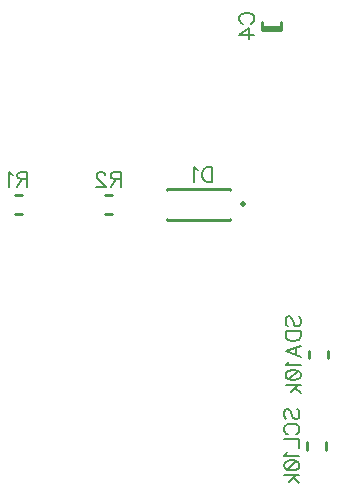
<source format=gbr>
%TF.GenerationSoftware,Novarm,DipTrace,3.3.1.3*%
%TF.CreationDate,2020-02-21T13:35:13+01:00*%
%FSLAX35Y35*%
%MOMM*%
%TF.FileFunction,Legend,Bot*%
%TF.Part,Single*%
%ADD10C,0.25*%
%ADD26O,0.50005X0.50024*%
%ADD72C,0.19608*%
G75*
G01*
%LPD*%
X4968245Y6676665D2*
D10*
X5128085D1*
X4968245Y6657745D2*
X5128085D1*
X4968245D2*
Y6717585D1*
X5128085Y6657745D2*
Y6717585D1*
D26*
X4806162Y5176665D3*
X4161171Y5046665D2*
D10*
Y5056675D1*
Y5306665D2*
Y5296655D1*
X4691151Y5046665D2*
X4161171D1*
X4691151D2*
Y5056675D1*
Y5306665D2*
X4161171D1*
X4691151D2*
Y5296655D1*
X2932085Y5096745D2*
X2872245D1*
X2932085Y5256585D2*
X2872245D1*
X3694085Y5096745D2*
X3634245D1*
X3694085Y5256585D2*
X3634245D1*
X5349245Y3101745D2*
Y3161585D1*
X5509085Y3101745D2*
Y3161585D1*
X5522085Y3936585D2*
Y3876745D1*
X5362245Y3936585D2*
Y3876745D1*
X4802501Y6707273D2*
D72*
X4790428Y6713309D1*
X4778215Y6725523D1*
X4772178Y6737596D1*
Y6761882D1*
X4778215Y6774096D1*
X4790428Y6786169D1*
X4802501Y6792346D1*
X4820751Y6798382D1*
X4851215D1*
X4869324Y6792346D1*
X4881538Y6786169D1*
X4893611Y6774096D1*
X4899788Y6761882D1*
Y6737596D1*
X4893611Y6725523D1*
X4881538Y6713309D1*
X4869324Y6707273D1*
X4899788Y6607271D2*
X4772318D1*
X4857251Y6668057D1*
Y6576948D1*
X4543541Y5492651D2*
Y5365042D1*
X4501004D1*
X4482754Y5371219D1*
X4470541Y5383292D1*
X4464504Y5395505D1*
X4458468Y5413615D1*
Y5444078D1*
X4464504Y5462328D1*
X4470541Y5474401D1*
X4482754Y5486615D1*
X4501004Y5492651D1*
X4543541D1*
X4419252Y5468224D2*
X4407039Y5474401D1*
X4388789Y5492511D1*
Y5365042D1*
X2979541Y5391865D2*
X2924931D1*
X2906681Y5398042D1*
X2900504Y5404078D1*
X2894468Y5416151D1*
Y5428365D1*
X2900504Y5440438D1*
X2906681Y5446615D1*
X2924931Y5452651D1*
X2979541D1*
Y5325042D1*
X2937004Y5391865D2*
X2894468Y5325042D1*
X2855252Y5428224D2*
X2843039Y5434401D1*
X2824789Y5452511D1*
Y5325042D1*
X3768846Y5391865D2*
X3714236D1*
X3695986Y5398042D1*
X3689809Y5404078D1*
X3683773Y5416151D1*
Y5428365D1*
X3689809Y5440438D1*
X3695986Y5446615D1*
X3714236Y5452651D1*
X3768846D1*
Y5325042D1*
X3726309Y5391865D2*
X3683773Y5325042D1*
X3638380Y5422188D2*
Y5428224D1*
X3632343Y5440438D1*
X3626307Y5446474D1*
X3614093Y5452511D1*
X3589807D1*
X3577734Y5446474D1*
X3571697Y5440438D1*
X3565520Y5428224D1*
Y5416151D1*
X3571697Y5403938D1*
X3583770Y5385828D1*
X3644557Y5325042D1*
X3559484D1*
X5171428Y3360332D2*
X5159215Y3372405D1*
X5153178Y3390655D1*
Y3414941D1*
X5159215Y3433191D1*
X5171428Y3445405D1*
X5183501D1*
X5195715Y3439228D1*
X5201751Y3433191D1*
X5207788Y3421118D1*
X5220001Y3384618D1*
X5226038Y3372405D1*
X5232215Y3366368D1*
X5244288Y3360332D1*
X5262538D1*
X5274611Y3372405D1*
X5280788Y3390655D1*
Y3414941D1*
X5274611Y3433191D1*
X5262538Y3445405D1*
X5183501Y3230007D2*
X5171428Y3236043D1*
X5159215Y3248257D1*
X5153178Y3260330D1*
Y3284616D1*
X5159215Y3296830D1*
X5171428Y3308903D1*
X5183501Y3315080D1*
X5201751Y3321116D1*
X5232215D1*
X5250324Y3315080D1*
X5262538Y3308903D1*
X5274611Y3296830D1*
X5280788Y3284616D1*
Y3260330D1*
X5274611Y3248256D1*
X5262538Y3236043D1*
X5250324Y3230006D1*
X5153178Y3190791D2*
X5280788D1*
Y3117931D1*
X5177605Y3078716D2*
X5171428Y3066502D1*
X5153319Y3048252D1*
X5280788D1*
X5153319Y2972537D2*
X5159355Y2990786D1*
X5177605Y3003000D1*
X5207928Y3009036D1*
X5226178D1*
X5256501Y3003000D1*
X5274751Y2990786D1*
X5280788Y2972536D1*
Y2960463D1*
X5274751Y2942213D1*
X5256501Y2930140D1*
X5226178Y2923963D1*
X5207928D1*
X5177605Y2930140D1*
X5159355Y2942213D1*
X5153319Y2960463D1*
Y2972537D1*
X5177605Y2930140D2*
X5256501Y3003000D1*
X5153178Y2884748D2*
X5280788D1*
X5195715Y2823961D2*
X5256501Y2884748D1*
X5232215Y2860461D2*
X5280788Y2817925D1*
X5184428Y4144527D2*
X5172215Y4156600D1*
X5166178Y4174850D1*
Y4199137D1*
X5172215Y4217387D1*
X5184428Y4229600D1*
X5196501D1*
X5208715Y4223423D1*
X5214751Y4217387D1*
X5220788Y4205314D1*
X5233001Y4168814D1*
X5239038Y4156600D1*
X5245215Y4150564D1*
X5257288Y4144527D1*
X5275538D1*
X5287611Y4156600D1*
X5293788Y4174850D1*
Y4199137D1*
X5287611Y4217387D1*
X5275538Y4229600D1*
X5166178Y4105311D2*
X5293788D1*
Y4062775D1*
X5287611Y4044525D1*
X5275538Y4032311D1*
X5263324Y4026275D1*
X5245215Y4020238D1*
X5214751D1*
X5196501Y4026275D1*
X5184428Y4032311D1*
X5172215Y4044525D1*
X5166178Y4062775D1*
Y4105311D1*
X5293788Y3883736D2*
X5166178Y3932450D1*
X5293788Y3981023D1*
X5251251Y3962773D2*
Y3901986D1*
X5190605Y3844520D2*
X5184428Y3832307D1*
X5166319Y3814057D1*
X5293788D1*
X5166319Y3738341D2*
X5172355Y3756591D1*
X5190605Y3768805D1*
X5220928Y3774841D1*
X5239178D1*
X5269501Y3768805D1*
X5287751Y3756591D1*
X5293788Y3738341D1*
Y3726268D1*
X5287751Y3708018D1*
X5269501Y3695945D1*
X5239178Y3689768D1*
X5220928D1*
X5190605Y3695945D1*
X5172355Y3708018D1*
X5166319Y3726268D1*
Y3738341D1*
X5190605Y3695945D2*
X5269501Y3768805D1*
X5166178Y3650553D2*
X5293788Y3650552D1*
X5208715Y3589766D2*
X5269501Y3650553D1*
X5245215Y3626266D2*
X5293788Y3583730D1*
M02*

</source>
